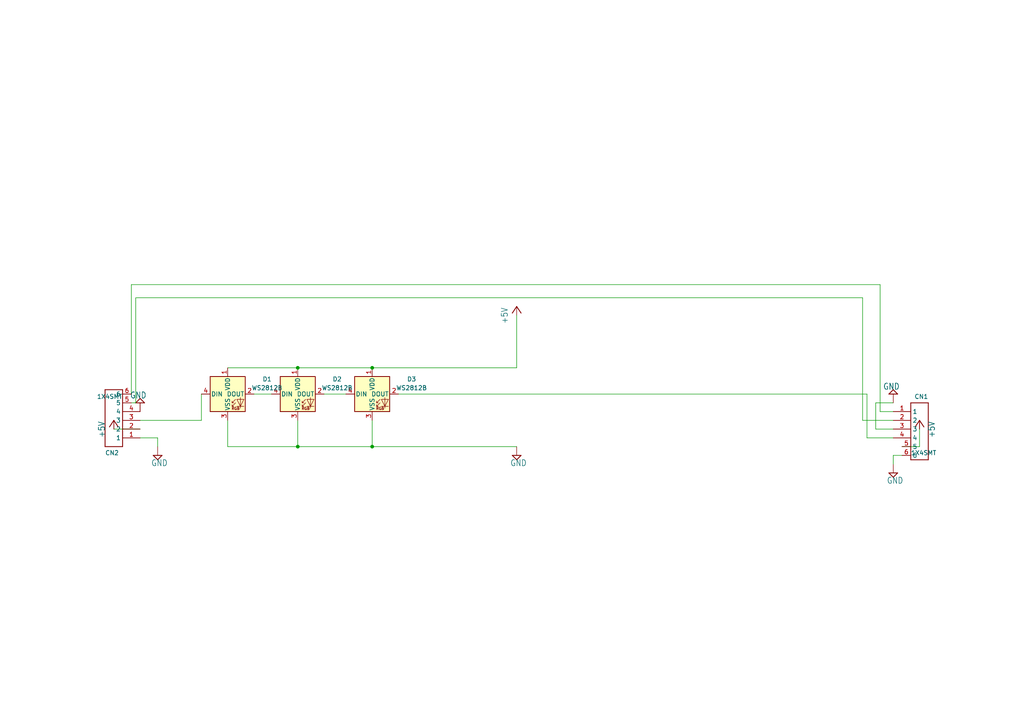
<source format=kicad_sch>
(kicad_sch (version 20211123) (generator eeschema)
  (paper "A4")
  (lib_symbols
    (symbol "1X4SMT_1"
      (property "Reference" "CN" (at 5.08 7.62 0))
      (property "Value" "1X4SMT_1" (at 0 -10.16 0))
      (symbol "1X4SMT_1_1_0"
        (polyline (pts (xy 0 -11.43) (xy 0 5.08)) (stroke (width 0.254)))
        (polyline (pts (xy 0 5.08) (xy 5.08 5.08)) (stroke (width 0.254)))
        (polyline (pts (xy 5.08 -11.43) (xy 0 -11.43)) (stroke (width 0.254)))
        (polyline (pts (xy 5.08 5.08) (xy 5.08 -11.43)) (stroke (width 0.254)))
        (pin bidirectional line (at -5.08 2.54 0) (length 5.08) (name "1") (number "1"))
        (pin bidirectional line (at -5.08 0 0) (length 5.08) (name "2") (number "2"))
        (pin bidirectional line (at -5.08 -2.54 0) (length 5.08) (name "3") (number "3"))
        (pin bidirectional line (at -5.08 -5.08 0) (length 5.08) (name "4") (number "4"))
      )
      (symbol "1X4SMT_1_1_1"
        (pin bidirectional line (at -2.54 -7.62 0) (length 2.54) (name "5") (number "5"))
        (pin bidirectional line (at -2.54 -10.16 0) (length 2.54) (name "6") (number "6"))
      )
    )
    (symbol "Adafruit NeoPixel 8 Stick-eagle-import:+5V" (power)
      (property "Value" "+5V" (at -2.54 -5.08 90))
      (symbol "+5V_1_0"
        (polyline (pts (xy 0 0) (xy -1.27 -1.905)) (stroke (width 0.254)))
        (polyline (pts (xy 1.27 -1.905) (xy 0 0)) (stroke (width 0.254)))
        (pin power_in line (at 0 -2.54 90) (length 2.54) (name "+5V") (number "1"))
      )
    )
    (symbol "Adafruit NeoPixel 8 Stick-eagle-import:1X4SMT"
      (property "Reference" "CN" (at 5.08 7.62 0))
      (property "Value" "1X4SMT" (at 0 -10.16 0))
      (symbol "1X4SMT_1_0"
        (polyline (pts (xy 0 -11.43) (xy 0 5.08)) (stroke (width 0.254)))
        (polyline (pts (xy 0 5.08) (xy 5.08 5.08)) (stroke (width 0.254)))
        (polyline (pts (xy 5.08 -11.43) (xy 0 -11.43)) (stroke (width 0.254)))
        (polyline (pts (xy 5.08 5.08) (xy 5.08 -11.43)) (stroke (width 0.254)))
        (pin bidirectional line (at -5.08 2.54 0) (length 5.08) (name "1") (number "1"))
        (pin bidirectional line (at -5.08 0 0) (length 5.08) (name "2") (number "2"))
        (pin bidirectional line (at -5.08 -2.54 0) (length 5.08) (name "3") (number "3"))
        (pin bidirectional line (at -5.08 -5.08 0) (length 5.08) (name "4") (number "4"))
      )
      (symbol "1X4SMT_1_1"
        (pin bidirectional line (at -2.54 -7.62 0) (length 2.54) (name "5") (number "5"))
        (pin bidirectional line (at -2.54 -10.16 0) (length 2.54) (name "6") (number "6"))
      )
    )
    (symbol "Adafruit NeoPixel 8 Stick-eagle-import:GND" (power)
      (property "Value" "GND" (at -1.905 -3.175 0))
      (symbol "GND_1_0"
        (polyline (pts (xy -1.27 0) (xy 1.27 0)) (stroke (width 0.254)))
        (polyline (pts (xy 0 -1.27) (xy -1.27 0)) (stroke (width 0.254)))
        (polyline (pts (xy 1.27 0) (xy 0 -1.27)) (stroke (width 0.254)))
        (pin power_in line (at 0 2.54 270) (length 2.54) (name "GND") (number "1"))
      )
    )
    (symbol "LED:WS2812B" (pin_names (offset 0.254))
      (property "Reference" "D" (at 5.08 5.715 0))
      (property "Value" "WS2812B" (at 1.27 -5.715 0))
      (symbol "WS2812B_0_0"
        (text "RGB" (at 2.286 -4.191 0) (effects (font (size 0.762 0.762))))
      )
      (symbol "WS2812B_0_1"
        (polyline (pts (xy 1.27 -3.556) (xy 1.778 -3.556)))
        (polyline (pts (xy 1.27 -2.54) (xy 1.778 -2.54)))
        (polyline (pts (xy 4.699 -3.556) (xy 2.667 -3.556)))
        (polyline (pts (xy 2.286 -2.54) (xy 1.27 -3.556) (xy 1.27 -3.048)))
        (polyline (pts (xy 2.286 -1.524) (xy 1.27 -2.54) (xy 1.27 -2.032)))
        (polyline (pts (xy 3.683 -1.016) (xy 3.683 -3.556) (xy 3.683 -4.064)))
        (polyline (pts (xy 4.699 -1.524) (xy 2.667 -1.524) (xy 3.683 -3.556) (xy 4.699 -1.524)))
        (rectangle (start 5.08 5.08) (end -5.08 -5.08) (stroke (width 0.254)) (fill (type background)))
      )
      (symbol "WS2812B_1_1"
        (pin power_in line (at 0 7.62 270) (length 2.54) (name "VDD") (number "1"))
        (pin output line (at 7.62 0 180) (length 2.54) (name "DOUT") (number "2"))
        (pin power_in line (at 0 -7.62 90) (length 2.54) (name "VSS") (number "3"))
        (pin input line (at -7.62 0 0) (length 2.54) (name "DIN") (number "4"))
      )
    )
  )
  (junction (at 107.95 129.54))
  (junction (at 86.36 129.54))
  (junction (at 86.36 106.68))
  (junction (at 107.95 106.68))
  (wire (pts (xy 40.64 127) (xy 45.72 127)))
  (wire (pts (xy 45.72 127) (xy 45.72 129.54)))
  (wire (pts (xy 259.08 132.08) (xy 259.08 134.62)))
  (wire (pts (xy 38.1 116.84) (xy 39.37 116.84)))
  (wire (pts (xy 40.64 121.92) (xy 58.42 121.92)))
  (wire (pts (xy 254 116.84) (xy 259.08 116.84)))
  (wire (pts (xy 254 124.46) (xy 254 116.84)))
  (wire (pts (xy 73.66 114.3) (xy 78.74 114.3)))
  (wire (pts (xy 251.46 114.3) (xy 251.46 127)))
  (wire (pts (xy 255.27 82.55) (xy 255.27 119.38)))
  (wire (pts (xy 66.04 106.68) (xy 86.36 106.68)))
  (wire (pts (xy 250.19 86.36) (xy 250.19 121.92)))
  (wire (pts (xy 93.98 114.3) (xy 100.33 114.3)))
  (wire (pts (xy 66.04 121.92) (xy 66.04 129.54)))
  (wire (pts (xy 107.95 129.54) (xy 149.86 129.54)))
  (wire (pts (xy 38.1 82.55) (xy 255.27 82.55)))
  (wire (pts (xy 86.36 106.68) (xy 107.95 106.68)))
  (wire (pts (xy 86.36 129.54) (xy 107.95 129.54)))
  (wire (pts (xy 58.42 121.92) (xy 58.42 114.3)))
  (wire (pts (xy 107.95 121.92) (xy 107.95 129.54)))
  (wire (pts (xy 39.37 86.36) (xy 250.19 86.36)))
  (wire (pts (xy 86.36 121.92) (xy 86.36 129.54)))
  (wire (pts (xy 66.04 129.54) (xy 86.36 129.54)))
  (wire (pts (xy 250.19 121.92) (xy 259.08 121.92)))
  (wire (pts (xy 33.02 124.46) (xy 40.64 124.46)))
  (wire (pts (xy 251.46 127) (xy 259.08 127)))
  (wire (pts (xy 255.27 119.38) (xy 259.08 119.38)))
  (wire (pts (xy 259.08 124.46) (xy 254 124.46)))
  (wire (pts (xy 39.37 116.84) (xy 39.37 86.36)))
  (wire (pts (xy 261.62 132.08) (xy 259.08 132.08)))
  (wire (pts (xy 261.62 129.54) (xy 266.7 129.54)))
  (wire (pts (xy 107.95 106.68) (xy 149.86 106.68)))
  (wire (pts (xy 115.57 114.3) (xy 251.46 114.3)))
  (wire (pts (xy 38.1 114.3) (xy 38.1 82.55)))
  (wire (pts (xy 149.86 91.44) (xy 149.86 106.68)))
  (wire (pts (xy 266.7 129.54) (xy 266.7 124.46)))
  (symbol (lib_id "LED:WS2812B") (at 86.36 114.3 0) (unit 1)
    (property "Reference" "D2" (at 97.79 109.9693 0))
    (property "Value" "WS2812B" (at 97.79 112.5093 0))
    (property "Footprint" "LED_SMD:LED_WS2812B_PLCC4_5.0x5.0mm_P3.2mm" (effects hide))
    (property "Datasheet" "https://cdn-shop.adafruit.com/datasheets/WS2812B.pdf" (effects hide))
  )
  (symbol (lib_id "Adafruit NeoPixel 8 Stick-eagle-import:GND") (at 40.64 116.84 180) (unit 1)
    (property "Reference" "#SUPPLY02" (effects hide))
    (property "Value" "GND" (at 42.545 113.665 0) (effects (font (size 1.778 1.5113)) (justify left bottom)))
    (property "Footprint" "Adafruit NeoPixel 8 Stick:" (effects hide))
  )
  (symbol (lib_id "Adafruit NeoPixel 8 Stick-eagle-import:+5V") (at 33.02 121.92 0) (unit 1)
    (property "Reference" "#P+011" (effects hide))
    (property "Value" "+5V" (at 30.48 127 90) (effects (font (size 1.778 1.5113)) (justify left bottom)))
    (property "Footprint" "Adafruit NeoPixel 8 Stick:" (effects hide))
  )
  (symbol (lib_id "LED:WS2812B") (at 107.95 114.3 0) (unit 1)
    (property "Reference" "D3" (at 119.38 109.9693 0))
    (property "Value" "WS2812B" (at 119.38 112.5093 0))
    (property "Footprint" "LED_SMD:LED_WS2812B_PLCC4_5.0x5.0mm_P3.2mm" (effects hide))
    (property "Datasheet" "https://cdn-shop.adafruit.com/datasheets/WS2812B.pdf" (effects hide))
  )
  (symbol (lib_id "Adafruit NeoPixel 8 Stick-eagle-import:GND") (at 45.72 132.08 0) (unit 1)
    (property "Reference" "#SUPPLY07" (effects hide))
    (property "Value" "GND" (at 43.815 135.255 0) (effects (font (size 1.778 1.5113)) (justify left bottom)))
    (property "Footprint" "Adafruit NeoPixel 8 Stick:" (effects hide))
  )
  (symbol (lib_id "Adafruit NeoPixel 8 Stick-eagle-import:1X4SMT") (at 35.56 124.46 180) (unit 1)
    (property "Reference" "CN2" (at 30.48 132.08 0) (effects (justify right top)))
    (property "Value" "1X4SMT" (at 35.56 114.3 0) (effects (justify left bottom)))
    (property "Footprint" "Adafruit NeoPixel 8 Stick:1X4-SMT" (effects hide))
  )
  (symbol (lib_id "LED:WS2812B") (at 66.04 114.3 0) (unit 1)
    (property "Reference" "D1" (at 77.47 109.9693 0))
    (property "Value" "WS2812B" (at 77.47 112.5093 0))
    (property "Footprint" "LED_SMD:LED_WS2812B_PLCC4_5.0x5.0mm_P3.2mm" (effects hide))
    (property "Datasheet" "https://cdn-shop.adafruit.com/datasheets/WS2812B.pdf" (effects hide))
  )
  (symbol (lib_id "Adafruit NeoPixel 8 Stick-eagle-import:+5V") (at 149.86 88.9 0) (unit 1)
    (property "Reference" "#P+02" (effects hide))
    (property "Value" "+5V" (at 147.32 93.98 90) (effects (font (size 1.778 1.5113)) (justify left bottom)))
    (property "Footprint" "Adafruit NeoPixel 8 Stick:" (effects hide))
  )
  (symbol (lib_name "1X4SMT_1") (lib_id "Adafruit NeoPixel 8 Stick-eagle-import:1X4SMT") (at 264.16 121.92 0) (unit 1)
    (property "Reference" "CN1" (at 269.24 114.3 0) (effects (justify right top)))
    (property "Value" "1X4SMT" (at 264.16 132.08 0) (effects (justify left bottom)))
    (property "Footprint" "Adafruit NeoPixel 8 Stick:1X4-SMT" (effects hide))
  )
  (symbol (lib_id "Adafruit NeoPixel 8 Stick-eagle-import:+5V") (at 266.7 121.92 0) (mirror y) (unit 1)
    (property "Reference" "#P+01" (effects hide))
    (property "Value" "+5V" (at 269.24 127 90) (effects (font (size 1.778 1.5113)) (justify left bottom)))
    (property "Footprint" "Adafruit NeoPixel 8 Stick:" (effects hide))
  )
  (symbol (lib_id "Adafruit NeoPixel 8 Stick-eagle-import:GND") (at 149.86 132.08 0) (unit 1)
    (property "Reference" "#SUPPLY03" (effects hide))
    (property "Value" "GND" (at 147.955 135.255 0) (effects (font (size 1.778 1.5113)) (justify left bottom)))
    (property "Footprint" "Adafruit NeoPixel 8 Stick:" (effects hide))
  )
  (symbol (lib_id "Adafruit NeoPixel 8 Stick-eagle-import:GND") (at 259.08 137.16 0) (unit 1)
    (property "Reference" "#SUPPLY09" (effects hide))
    (property "Value" "GND" (at 257.175 140.335 0) (effects (font (size 1.778 1.5113)) (justify left bottom)))
    (property "Footprint" "Adafruit NeoPixel 8 Stick:" (effects hide))
  )
  (symbol (lib_id "Adafruit NeoPixel 8 Stick-eagle-import:GND") (at 259.08 114.3 180) (unit 1)
    (property "Reference" "#SUPPLY01" (effects hide))
    (property "Value" "GND" (at 260.985 111.125 0) (effects (font (size 1.778 1.5113)) (justify left bottom)))
    (property "Footprint" "Adafruit NeoPixel 8 Stick:" (effects hide))
  )
)
</source>
